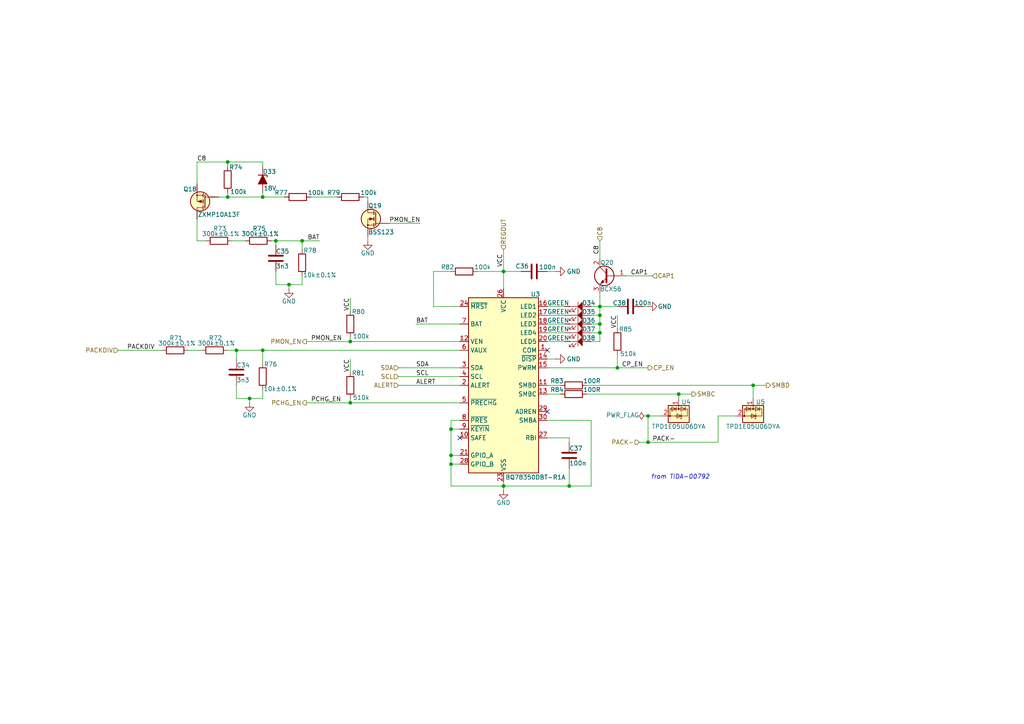
<source format=kicad_sch>
(kicad_sch (version 20250114) (generator "eeschema") (generator_version "9.0")
  (paper "A4")
  (lib_symbols
    (symbol "BSS123_1" (pin_numbers (hide yes)) (pin_names (hide yes))
      (property "Reference" "Q" (at 5.08 1.27 0))
      (property "Value" "BSS123" (at 5.08 -1.27 0))
      (symbol "BSS123_1_0_1"
        (polyline (pts (xy 0.254 1.905) (xy 0.254 -1.905)) (stroke (width 0.254)))
        (polyline (pts (xy 0.254 -1.27) (xy -2.54 -1.27)))
        (polyline (pts (xy 0.762 2.286) (xy 0.762 1.27)) (stroke (width 0.254)))
        (polyline (pts (xy 0.762 0.508) (xy 0.762 -0.508)) (stroke (width 0.254)))
        (polyline (pts (xy 0.762 -1.27) (xy 0.762 -2.286)) (stroke (width 0.254)))
        (polyline (pts (xy 0.762 -1.778) (xy 2.54 -1.778)))
        (polyline (pts (xy 1.016 0) (xy 2.032 0.381) (xy 2.032 -0.381) (xy 1.016 0)) (fill (type outline)))
        (circle (center 1.651 0) (radius 2.794) (stroke (width 0.254)) (fill (type background)))
        (polyline (pts (xy 2.54 2.54) (xy 2.54 1.778)))
        (polyline (pts (xy 2.54 1.778) (xy 0.762 1.778)))
        (circle (center 2.54 -1.778) (radius 0.1778) (fill (type outline)))
        (polyline (pts (xy 2.54 -2.54) (xy 2.54 0) (xy 0.762 0)))
      )
      (symbol "BSS123_1_1_1"
        (pin input line (at -3.81 -1.27 0) (length 2.54) (name "G") (number "1"))
        (pin passive line (at 2.54 5.08 270) (length 2.54) (name "D") (number "3"))
        (pin passive line (at 2.54 -5.08 90) (length 2.54) (name "S") (number "2"))
      )
    )
    (symbol "Battery_Management:BQ78350DBT-R1"
      (property "Reference" "U" (at -10.16 26.67 0))
      (property "Value" "BQ78350DBT-R1" (at 13.97 26.67 0))
      (symbol "BQ78350DBT-R1_0_1"
        (rectangle (start -10.16 25.4) (end 10.16 -25.4) (stroke (width 0.254)) (fill (type background)))
      )
      (symbol "BQ78350DBT-R1_1_1"
        (pin input line (at -12.7 22.86 0) (length 2.54) (name "~{MRST}") (number "24"))
        (pin input line (at -12.7 17.78 0) (length 2.54) (name "BAT") (number "7"))
        (pin open_collector line (at -12.7 12.7 0) (length 2.54) (name "VEN") (number "12"))
        (pin input line (at -12.7 10.16 0) (length 2.54) (name "VAUX") (number "6"))
        (pin bidirectional line (at -12.7 5.08 0) (length 2.54) (name "SDA") (number "3"))
        (pin output line (at -12.7 2.54 0) (length 2.54) (name "SCL") (number "4"))
        (pin bidirectional line (at -12.7 0 0) (length 2.54) (name "ALERT") (number "2"))
        (pin output line (at -12.7 -5.08 0) (length 2.54) (name "~{PRECHG}") (number "5"))
        (pin input line (at -12.7 -10.16 0) (length 2.54) (name "~{PRES}") (number "8"))
        (pin input line (at -12.7 -12.7 0) (length 2.54) (name "~{KEYIN}") (number "9"))
        (pin output line (at -12.7 -15.24 0) (length 2.54) (name "SAFE") (number "10"))
        (pin bidirectional line (at -12.7 -20.32 0) (length 2.54) (name "GPIO_A") (number "21"))
        (pin bidirectional line (at -12.7 -22.86 0) (length 2.54) (name "GPIO_B") (number "28"))
        (pin power_in line (at 0 27.94 270) (length 2.54) (name "VCC") (number "26"))
        (pin passive line (at 0 -27.94 90) (length 2.54) (hide yes) (name "VSS") (number "22"))
        (pin power_in line (at 0 -27.94 90) (length 2.54) (name "VSS") (number "23"))
        (pin passive line (at 0 -27.94 90) (length 2.54) (hide yes) (name "VSS") (number "25"))
        (pin output line (at 12.7 22.86 180) (length 2.54) (name "LED1") (number "16"))
        (pin output line (at 12.7 20.32 180) (length 2.54) (name "LED2") (number "17"))
        (pin output line (at 12.7 17.78 180) (length 2.54) (name "LED3") (number "18"))
        (pin output line (at 12.7 15.24 180) (length 2.54) (name "LED4") (number "19"))
        (pin output line (at 12.7 12.7 180) (length 2.54) (name "LED5") (number "20"))
        (pin open_collector line (at 12.7 10.16 180) (length 2.54) (name "COM") (number "1"))
        (pin input line (at 12.7 7.62 180) (length 2.54) (name "~{DISP}") (number "14"))
        (pin open_collector line (at 12.7 5.08 180) (length 2.54) (name "PWRM") (number "15"))
        (pin bidirectional line (at 12.7 0 180) (length 2.54) (name "SMBD") (number "11"))
        (pin bidirectional line (at 12.7 -2.54 180) (length 2.54) (name "SMBC") (number "13"))
        (pin output line (at 12.7 -7.62 180) (length 2.54) (name "ADREN") (number "29"))
        (pin input line (at 12.7 -10.16 180) (length 2.54) (name "SMBA") (number "30"))
        (pin passive line (at 12.7 -15.24 180) (length 2.54) (name "RBI") (number "27"))
      )
    )
    (symbol "Device:C" (pin_numbers (hide yes)) (pin_names (offset 0.254))
      (property "Reference" "C" (at 0.635 2.54 0))
      (property "Value" "C" (at 0.635 -2.54 0))
      (symbol "C_0_1"
        (polyline (pts (xy -2.032 0.762) (xy 2.032 0.762)) (stroke (width 0.508)))
        (polyline (pts (xy -2.032 -0.762) (xy 2.032 -0.762)) (stroke (width 0.508)))
      )
      (symbol "C_1_1"
        (pin passive line (at 0 3.81 270) (length 2.794) (name "~") (number "1"))
        (pin passive line (at 0 -3.81 90) (length 2.794) (name "~") (number "2"))
      )
    )
    (symbol "Device:D_Zener_Filled" (pin_numbers (hide yes)) (pin_names (offset 1.016) (hide yes))
      (property "Reference" "D" (at 0 2.54 0))
      (property "Value" "D_Zener_Filled" (at 0 -2.54 0))
      (symbol "D_Zener_Filled_0_1"
        (polyline (pts (xy -1.27 -1.27) (xy -1.27 1.27) (xy -0.762 1.27)) (stroke (width 0.254)))
        (polyline (pts (xy 1.27 0) (xy -1.27 0)))
        (polyline (pts (xy 1.27 -1.27) (xy 1.27 1.27) (xy -1.27 0) (xy 1.27 -1.27)) (stroke (width 0.254)) (fill (type outline)))
      )
      (symbol "D_Zener_Filled_1_1"
        (pin passive line (at -3.81 0 0) (length 2.54) (name "K") (number "1"))
        (pin passive line (at 3.81 0 180) (length 2.54) (name "A") (number "2"))
      )
    )
    (symbol "Device:R" (pin_numbers (hide yes)) (pin_names (offset 0))
      (property "Reference" "R" (at 2.032 0 90))
      (property "Value" "R" (at 0 0 90))
      (symbol "R_0_1"
        (rectangle (start -1.016 -2.54) (end 1.016 2.54) (stroke (width 0.254)))
      )
      (symbol "R_1_1"
        (pin passive line (at 0 3.81 270) (length 1.27) (name "~") (number "1"))
        (pin passive line (at 0 -3.81 90) (length 1.27) (name "~") (number "2"))
      )
    )
    (symbol "PCM_4ms_Power-symbol:PWR_FLAG" (power) (pin_numbers (hide yes)) (pin_names (offset 0) (hide yes))
      (property "Value" "PWR_FLAG" (at 0 3.81 0))
      (symbol "PWR_FLAG_0_0"
        (pin power_out line (at 0 0 90) (length 0) (name "pwr") (number "1"))
      )
      (symbol "PWR_FLAG_0_1"
        (polyline (pts (xy 0 0) (xy 0 1.27) (xy -1.016 1.905) (xy 0 2.54) (xy 1.016 1.905) (xy 0 1.27)))
      )
    )
    (symbol "PCM_SL_Devices:LED"
      (property "Reference" "D" (at -0.508 5.334 0))
      (property "Value" "LED" (at -0.508 2.794 0))
      (symbol "LED_0_1"
        (polyline (pts (xy -1.27 0) (xy -2.54 0)))
        (polyline (pts (xy 0 1.27) (xy 0 -1.27)))
        (polyline (pts (xy 0 0) (xy -1.27 -1.27) (xy -1.27 1.27) (xy 0 0) (xy 1.27 0)) (fill (type outline)))
        (polyline (pts (xy 0.508 0.508) (xy 1.524 1.524)))
        (polyline (pts (xy 1.27 0) (xy 2.54 0)))
        (polyline (pts (xy 1.524 1.524) (xy 0.889 1.524)))
        (polyline (pts (xy 1.524 1.524) (xy 1.524 0.889)))
        (polyline (pts (xy 1.524 0.508) (xy 2.54 1.524)))
        (polyline (pts (xy 2.54 1.524) (xy 1.905 1.524)))
        (polyline (pts (xy 2.54 1.524) (xy 2.54 0.889)))
      )
      (symbol "LED_1_1"
        (pin passive line (at -3.81 0 0) (length 1.5) (name "") (number "2"))
        (pin passive line (at 3.81 0 180) (length 1.5) (name "~") (number "1"))
      )
    )
    (symbol "Power_Protection:TPD1E05U06DYA" (pin_names (offset 0) (hide yes))
      (property "Reference" "U" (at -2.54 3.175 0))
      (property "Value" "TPD1E05U06DYA" (at 1.27 3.175 0))
      (symbol "TPD1E05U06DYA_0_1"
        (rectangle (start -3.048 1.905) (end 3.048 -3.048) (stroke (width 0.254)) (fill (type background)))
        (polyline (pts (xy -2.54 -2.032) (xy -2.54 0)))
        (polyline (pts (xy -1.905 -2.032) (xy -0.635 -1.397) (xy -0.635 -2.667) (xy -1.905 -2.032)))
        (polyline (pts (xy -1.905 -2.667) (xy -1.905 -1.397)))
        (polyline (pts (xy -1.016 0) (xy -2.54 0)))
        (polyline (pts (xy -0.762 0.762) (xy -0.762 0.762)))
        (polyline (pts (xy -0.762 0) (xy 0.508 0.635) (xy 0.508 -0.635) (xy -0.762 0)))
        (polyline (pts (xy -0.762 -0.762) (xy -0.762 0.762)))
        (polyline (pts (xy -0.635 -2.032) (xy -2.54 -2.032)))
        (polyline (pts (xy -0.635 -2.032) (xy 0.635 -2.032)))
        (polyline (pts (xy -0.381 0.762) (xy -0.762 0.762)))
        (circle (center 0 -2.032) (radius 0.2032) (fill (type outline)))
        (polyline (pts (xy 0 -2.54) (xy 0 -2.032)))
        (polyline (pts (xy 0.762 -2.032) (xy 2.032 -1.397) (xy 2.032 -2.667) (xy 0.762 -2.032)))
        (polyline (pts (xy 0.762 -2.667) (xy 0.762 -1.397)))
        (polyline (pts (xy 0.889 0) (xy -1.016 0)))
        (polyline (pts (xy 0.889 0) (xy -1.016 0)))
        (polyline (pts (xy 0.889 0) (xy 2.54 0)))
        (circle (center 2.54 0) (radius 0.2032) (fill (type outline)))
        (polyline (pts (xy 2.54 -2.032) (xy 0.635 -2.032)))
        (polyline (pts (xy 2.54 -2.032) (xy 0.635 -2.032)))
        (polyline (pts (xy 2.54 -2.032) (xy 2.54 0)))
      )
      (symbol "TPD1E05U06DYA_1_1"
        (pin passive line (at 0 -5.08 90) (length 2.54) (name "I/O") (number "1"))
        (pin power_in line (at 5.08 0 180) (length 2.54) (name "GND") (number "2"))
      )
    )
    (symbol "Transistor_BJT:BCX56" (pin_names (offset 0) (hide yes))
      (property "Reference" "Q" (at 5.08 1.905 0))
      (property "Value" "BCX56" (at 5.08 0 0))
      (symbol "BCX56_0_1"
        (polyline (pts (xy -2.54 0) (xy 0.635 0)))
        (polyline (pts (xy 0.635 1.905) (xy 0.635 -1.905)) (stroke (width 0.508)))
        (circle (center 1.27 0) (radius 2.8194) (stroke (width 0.254)))
      )
      (symbol "BCX56_1_1"
        (polyline (pts (xy 0.635 0.635) (xy 2.54 2.54)))
        (polyline (pts (xy 0.635 -0.635) (xy 2.54 -2.54)))
        (polyline (pts (xy 1.27 -1.778) (xy 1.778 -1.27) (xy 2.286 -2.286) (xy 1.27 -1.778)) (fill (type outline)))
        (pin input line (at -5.08 0 0) (length 2.54) (name "B") (number "1"))
        (pin passive line (at 2.54 5.08 270) (length 2.54) (name "C") (number "2"))
        (pin passive line (at 2.54 -5.08 90) (length 2.54) (name "E") (number "3"))
      )
    )
    (symbol "ZXMP10A13F_2" (pin_numbers (hide yes)) (pin_names (hide yes))
      (property "Reference" "Q" (at 5.08 1.27 0))
      (property "Value" "ZXMP10A13F" (at 5.08 -1.27 0))
      (symbol "ZXMP10A13F_2_0_1"
        (polyline (pts (xy 0.254 1.27) (xy -2.54 1.27)))
        (polyline (pts (xy 0.254 -1.905) (xy 0.254 1.905)) (stroke (width 0.254)))
        (polyline (pts (xy 0.762 1.778) (xy 2.54 1.778)))
        (polyline (pts (xy 0.762 1.27) (xy 0.762 2.286)) (stroke (width 0.254)))
        (polyline (pts (xy 0.762 -0.508) (xy 0.762 0.508)) (stroke (width 0.254)))
        (polyline (pts (xy 0.762 -1.778) (xy 2.54 -1.778)))
        (polyline (pts (xy 0.762 -2.286) (xy 0.762 -1.27)) (stroke (width 0.254)))
        (polyline (pts (xy 2.286 0) (xy 1.27 -0.381) (xy 1.27 0.381) (xy 2.286 0)) (fill (type outline)))
        (polyline (pts (xy 2.54 2.54) (xy 2.54 0) (xy 0.762 0)))
        (polyline (pts (xy 2.54 -2.54) (xy 2.54 -1.778)))
      )
      (symbol "ZXMP10A13F_2_1_1"
        (circle (center 1.651 0) (radius 2.794) (stroke (width 0.254)) (fill (type background)))
        (circle (center 2.54 1.778) (radius 0.1778) (fill (type outline)))
        (pin input line (at -3.81 1.27 0) (length 2.54) (name "G") (number "1"))
        (pin passive line (at 2.54 5.08 270) (length 2.54) (name "S") (number "2"))
        (pin passive line (at 2.54 -5.08 90) (length 2.54) (name "D") (number "3"))
      )
    )
    (symbol "power:GND" (power) (pin_numbers (hide yes)) (pin_names (offset 0) (hide yes))
      (property "Value" "GND" (at 0 -3.81 0))
      (symbol "GND_0_1"
        (polyline (pts (xy 0 0) (xy 0 -1.27) (xy 1.27 -1.27) (xy 0 -2.54) (xy -1.27 -1.27) (xy 0 -1.27)))
      )
      (symbol "GND_1_1"
        (pin power_in line (at 0 0 270) (length 0) (name "~") (number "1"))
      )
    )
  )
  (text "from TIDA-00792" (at 197.358 138.43 0) (effects (font (size 1.27 1.27) (italic yes))))
  (junction (at 83.82 82.55))
  (junction (at 130.81 134.62))
  (junction (at 101.6 99.06))
  (junction (at 80.01 69.85))
  (junction (at 101.6 116.84))
  (junction (at 173.99 88.9))
  (junction (at 218.44 111.76))
  (junction (at 87.63 69.85))
  (junction (at 72.39 115.57))
  (junction (at 146.05 78.74))
  (junction (at 76.2 101.6))
  (junction (at 146.05 140.97))
  (junction (at 68.58 101.6))
  (junction (at 130.81 124.46))
  (junction (at 173.99 93.98))
  (junction (at 173.99 91.44))
  (junction (at 66.04 46.99))
  (junction (at 187.96 120.65))
  (junction (at 187.96 128.27))
  (junction (at 165.1 140.97))
  (junction (at 76.2 57.15))
  (junction (at 196.85 114.3))
  (junction (at 66.04 57.15))
  (junction (at 179.07 106.68))
  (junction (at 130.81 132.08))
  (junction (at 173.99 96.52))
  (no_connect (at 158.75 101.6))
  (no_connect (at 133.35 127))
  (no_connect (at 158.75 119.38))
  (wire (pts (xy 34.29 101.6) (xy 46.99 101.6)))
  (wire (pts (xy 88.9 99.06) (xy 101.6 99.06)))
  (wire (pts (xy 101.6 99.06) (xy 133.35 99.06)))
  (wire (pts (xy 115.57 109.22) (xy 133.35 109.22)))
  (wire (pts (xy 101.6 97.79) (xy 101.6 99.06)))
  (wire (pts (xy 130.81 134.62) (xy 130.81 140.97)))
  (wire (pts (xy 66.04 46.99) (xy 57.15 46.99)))
  (wire (pts (xy 173.99 99.06) (xy 173.99 96.52)))
  (wire (pts (xy 125.73 78.74) (xy 125.73 88.9)))
  (wire (pts (xy 66.04 57.15) (xy 76.2 57.15)))
  (wire (pts (xy 76.2 48.26) (xy 76.2 46.99)))
  (wire (pts (xy 80.01 78.74) (xy 80.01 82.55)))
  (wire (pts (xy 106.68 57.15) (xy 106.68 58.42)))
  (wire (pts (xy 146.05 72.39) (xy 146.05 78.74)))
  (wire (pts (xy 171.45 93.98) (xy 173.99 93.98)))
  (wire (pts (xy 57.15 63.5) (xy 57.15 69.85)))
  (wire (pts (xy 218.44 111.76) (xy 222.25 111.76)))
  (wire (pts (xy 158.75 106.68) (xy 179.07 106.68)))
  (wire (pts (xy 173.99 88.9) (xy 179.07 88.9)))
  (wire (pts (xy 101.6 116.84) (xy 133.35 116.84)))
  (wire (pts (xy 171.45 96.52) (xy 173.99 96.52)))
  (wire (pts (xy 87.63 80.01) (xy 87.63 82.55)))
  (wire (pts (xy 130.81 124.46) (xy 130.81 132.08)))
  (wire (pts (xy 130.81 140.97) (xy 146.05 140.97)))
  (wire (pts (xy 68.58 115.57) (xy 72.39 115.57)))
  (wire (pts (xy 68.58 101.6) (xy 76.2 101.6)))
  (wire (pts (xy 80.01 82.55) (xy 83.82 82.55)))
  (wire (pts (xy 68.58 101.6) (xy 68.58 104.14)))
  (wire (pts (xy 115.57 106.68) (xy 133.35 106.68)))
  (wire (pts (xy 158.75 99.06) (xy 163.83 99.06)))
  (wire (pts (xy 101.6 86.36) (xy 101.6 90.17)))
  (wire (pts (xy 54.61 101.6) (xy 58.42 101.6)))
  (wire (pts (xy 179.07 95.25) (xy 179.07 91.44)))
  (wire (pts (xy 208.28 120.65) (xy 213.36 120.65)))
  (wire (pts (xy 146.05 78.74) (xy 151.13 78.74)))
  (wire (pts (xy 76.2 101.6) (xy 76.2 105.41)))
  (wire (pts (xy 130.81 121.92) (xy 130.81 124.46)))
  (wire (pts (xy 158.75 91.44) (xy 163.83 91.44)))
  (wire (pts (xy 146.05 140.97) (xy 165.1 140.97)))
  (wire (pts (xy 186.69 88.9) (xy 187.96 88.9)))
  (wire (pts (xy 165.1 135.89) (xy 165.1 140.97)))
  (wire (pts (xy 179.07 106.68) (xy 187.96 106.68)))
  (wire (pts (xy 72.39 115.57) (xy 72.39 116.84)))
  (wire (pts (xy 125.73 78.74) (xy 130.81 78.74)))
  (wire (pts (xy 101.6 104.14) (xy 101.6 107.95)))
  (wire (pts (xy 187.96 128.27) (xy 208.28 128.27)))
  (wire (pts (xy 66.04 55.88) (xy 66.04 57.15)))
  (wire (pts (xy 106.68 68.58) (xy 106.68 69.85)))
  (wire (pts (xy 158.75 121.92) (xy 171.45 121.92)))
  (wire (pts (xy 208.28 120.65) (xy 208.28 128.27)))
  (wire (pts (xy 173.99 96.52) (xy 173.99 93.98)))
  (wire (pts (xy 171.45 91.44) (xy 173.99 91.44)))
  (wire (pts (xy 158.75 114.3) (xy 162.56 114.3)))
  (wire (pts (xy 158.75 96.52) (xy 163.83 96.52)))
  (wire (pts (xy 187.96 120.65) (xy 187.96 128.27)))
  (wire (pts (xy 171.45 88.9) (xy 173.99 88.9)))
  (wire (pts (xy 76.2 57.15) (xy 82.55 57.15)))
  (wire (pts (xy 158.75 127) (xy 165.1 127)))
  (wire (pts (xy 158.75 78.74) (xy 161.29 78.74)))
  (wire (pts (xy 146.05 78.74) (xy 146.05 83.82)))
  (wire (pts (xy 173.99 69.85) (xy 173.99 74.93)))
  (wire (pts (xy 83.82 82.55) (xy 87.63 82.55)))
  (wire (pts (xy 185.42 128.27) (xy 187.96 128.27)))
  (wire (pts (xy 158.75 93.98) (xy 163.83 93.98)))
  (wire (pts (xy 66.04 46.99) (xy 66.04 48.26)))
  (wire (pts (xy 76.2 101.6) (xy 133.35 101.6)))
  (wire (pts (xy 191.77 120.65) (xy 187.96 120.65)))
  (wire (pts (xy 173.99 91.44) (xy 173.99 88.9)))
  (wire (pts (xy 170.18 114.3) (xy 196.85 114.3)))
  (wire (pts (xy 78.74 69.85) (xy 80.01 69.85)))
  (wire (pts (xy 173.99 93.98) (xy 173.99 91.44)))
  (wire (pts (xy 90.17 57.15) (xy 97.79 57.15)))
  (wire (pts (xy 130.81 132.08) (xy 133.35 132.08)))
  (wire (pts (xy 63.5 57.15) (xy 66.04 57.15)))
  (wire (pts (xy 115.57 111.76) (xy 133.35 111.76)))
  (wire (pts (xy 57.15 69.85) (xy 59.69 69.85)))
  (wire (pts (xy 218.44 111.76) (xy 218.44 115.57)))
  (wire (pts (xy 196.85 114.3) (xy 196.85 115.57)))
  (wire (pts (xy 146.05 139.7) (xy 146.05 140.97)))
  (wire (pts (xy 68.58 111.76) (xy 68.58 115.57)))
  (wire (pts (xy 171.45 121.92) (xy 171.45 140.97)))
  (wire (pts (xy 179.07 102.87) (xy 179.07 106.68)))
  (wire (pts (xy 196.85 114.3) (xy 200.66 114.3)))
  (wire (pts (xy 130.81 132.08) (xy 130.81 134.62)))
  (wire (pts (xy 87.63 69.85) (xy 87.63 72.39)))
  (wire (pts (xy 76.2 46.99) (xy 66.04 46.99)))
  (wire (pts (xy 138.43 78.74) (xy 146.05 78.74)))
  (wire (pts (xy 158.75 104.14) (xy 161.29 104.14)))
  (wire (pts (xy 57.15 46.99) (xy 57.15 53.34)))
  (wire (pts (xy 170.18 111.76) (xy 218.44 111.76)))
  (wire (pts (xy 88.9 116.84) (xy 101.6 116.84)))
  (wire (pts (xy 189.23 80.01) (xy 181.61 80.01)))
  (wire (pts (xy 125.73 88.9) (xy 133.35 88.9)))
  (wire (pts (xy 105.41 57.15) (xy 106.68 57.15)))
  (wire (pts (xy 80.01 69.85) (xy 80.01 71.12)))
  (wire (pts (xy 146.05 140.97) (xy 146.05 142.24)))
  (wire (pts (xy 113.03 64.77) (xy 121.92 64.77)))
  (wire (pts (xy 158.75 111.76) (xy 162.56 111.76)))
  (wire (pts (xy 130.81 134.62) (xy 133.35 134.62)))
  (wire (pts (xy 165.1 127) (xy 165.1 128.27)))
  (wire (pts (xy 66.04 101.6) (xy 68.58 101.6)))
  (wire (pts (xy 83.82 82.55) (xy 83.82 83.82)))
  (wire (pts (xy 171.45 99.06) (xy 173.99 99.06)))
  (wire (pts (xy 120.65 93.98) (xy 133.35 93.98)))
  (wire (pts (xy 76.2 55.88) (xy 76.2 57.15)))
  (wire (pts (xy 133.35 124.46) (xy 130.81 124.46)))
  (wire (pts (xy 87.63 69.85) (xy 92.71 69.85)))
  (wire (pts (xy 67.31 69.85) (xy 71.12 69.85)))
  (wire (pts (xy 165.1 140.97) (xy 171.45 140.97)))
  (wire (pts (xy 173.99 85.09) (xy 173.99 88.9)))
  (wire (pts (xy 158.75 88.9) (xy 163.83 88.9)))
  (wire (pts (xy 101.6 115.57) (xy 101.6 116.84)))
  (wire (pts (xy 133.35 121.92) (xy 130.81 121.92)))
  (wire (pts (xy 72.39 115.57) (xy 76.2 115.57)))
  (wire (pts (xy 80.01 69.85) (xy 87.63 69.85)))
  (wire (pts (xy 76.2 113.03) (xy 76.2 115.57)))
  (label "C8" (at 173.99 71.12 270))
  (label "ALERT" (at 120.65 111.76 0))
  (label "VCC" (at 179.07 91.44 270))
  (label "BAT" (at 120.65 93.98 0))
  (label "PMON_EN" (at 121.92 64.77 180))
  (label "C8" (at 57.15 46.99 0))
  (label "VCC" (at 101.6 104.14 270))
  (label "PCHG_EN" (at 90.17 116.84 0))
  (label "VCC" (at 101.6 86.36 270))
  (label "SDA" (at 120.65 106.68 0))
  (label "PACKDIV" (at 36.83 101.6 0))
  (label "VCC" (at 146.05 77.47 90))
  (label "SCL" (at 120.65 109.22 0))
  (label "CAP1" (at 187.96 80.01 180))
  (label "CP_EN" (at 180.34 106.68 0))
  (label "BAT" (at 92.71 69.85 180))
  (label "PMON_EN" (at 90.17 99.06 0))
  (label "PACK-" (at 189.23 128.27 0))
  (hierarchical_label "CP_EN" (shape output) (at 187.96 106.68 0))
  (hierarchical_label "SMBC" (shape output) (at 200.66 114.3 0))
  (hierarchical_label "REGOUT" (shape input) (at 146.05 72.39 90))
  (hierarchical_label "SMBD" (shape output) (at 222.25 111.76 0))
  (hierarchical_label "PACK-" (shape input) (at 185.42 128.27 180))
  (hierarchical_label "PMON_EN" (shape output) (at 88.9 99.06 180))
  (hierarchical_label "PACKDIV" (shape input) (at 34.29 101.6 180))
  (hierarchical_label "ALERT" (shape input) (at 115.57 111.76 180))
  (hierarchical_label "CAP1" (shape input) (at 189.23 80.01 0))
  (hierarchical_label "PCHG_EN" (shape output) (at 88.9 116.84 180))
  (hierarchical_label "C8" (shape input) (at 173.99 69.85 90))
  (hierarchical_label "SDA" (shape input) (at 115.57 106.68 180))
  (hierarchical_label "SCL" (shape input) (at 115.57 109.22 180))
  (symbol (lib_id "power:GND") (at 187.96 88.9 90) (mirror x) (unit 1)
    (property "Reference" "#PWR027" (effects (hide yes)))
    (property "Value" "GND" (at 190.754 88.9 90) (effects (justify right)))
    (property "Description" "Power symbol creates a global label with name \"GND\" , ground" (effects (hide yes)))
  )
  (symbol (lib_id "Device:R") (at 50.8 101.6 90) (unit 1)
    (property "Reference" "R71" (at 51.054 98.044 90))
    (property "Value" "300k±0.1%" (at 51.308 99.568 90))
    (property "Description" "Resistor" (effects (hide yes)))
  )
  (symbol (lib_id "Battery_Management:BQ78350DBT-R1") (at 146.05 111.76 0) (unit 1)
    (property "Reference" "U3" (at 153.924 85.344 0) (effects (justify left)))
    (property "Value" "BQ78350DBT-R1A" (at 146.558 138.43 0) (effects (justify left)))
    (property "Footprint" "Package_SO:TSSOP-30_4.4x7.8mm_P0.5mm" (effects (hide yes)))
    (property "Datasheet" "http://www.ti.com/lit/ds/symlink/bq78350-r1.pdf" (effects (hide yes)))
    (property "Description" "Lithium battery fuel gauge, battery management controller for BQ769x0, TSSOP-30" (effects (hide yes)))
  )
  (symbol (lib_id "Device:C") (at 165.1 132.08 0) (unit 1)
    (property "Reference" "C37" (at 165.1 130.048 0) (effects (justify left)))
    (property "Value" "100n" (at 165.1 134.366 0) (effects (justify left)))
    (property "Description" "Unpolarized capacitor" (effects (hide yes)))
  )
  (symbol (lib_id "Device:R") (at 101.6 57.15 90) (unit 1)
    (property "Reference" "R79" (at 96.774 55.88 90))
    (property "Value" "100k" (at 106.934 55.88 90))
    (property "Description" "Resistor" (effects (hide yes)))
  )
  (symbol (lib_id "Power_Protection:TPD1E05U06DYA") (at 196.85 120.65 180) (unit 1)
    (property "Reference" "U4" (at 197.612 116.586 0) (effects (justify right)))
    (property "Value" "TPD1E05U06DYA" (at 188.976 123.698 0) (effects (justify right)))
    (property "Footprint" "Diode_SMD:D_SOD-523" (effects (hide yes)))
    (property "Datasheet" "https://www.ti.com/lit/ds/symlink/tpd1e05u06.pdf" (effects (hide yes)))
    (property "Description" "1-Channel ESD Protection for Super-Speed USB 3.0 Interface, SOD-523" (effects (hide yes)))
  )
  (symbol (lib_id "Device:R") (at 86.36 57.15 90) (unit 1)
    (property "Reference" "R77" (at 81.534 55.88 90))
    (property "Value" "100k" (at 91.694 55.88 90))
    (property "Description" "Resistor" (effects (hide yes)))
  )
  (symbol (lib_id "Device:R") (at 74.93 69.85 90) (unit 1)
    (property "Reference" "R75" (at 75.184 66.294 90))
    (property "Value" "300k±0.1%" (at 75.438 67.818 90))
    (property "Description" "Resistor" (effects (hide yes)))
  )
  (symbol (lib_id "power:GND") (at 161.29 78.74 90) (unit 1)
    (property "Reference" "#PWR025" (effects (hide yes)))
    (property "Value" "GND" (at 164.338 78.74 90) (effects (justify right)))
    (property "Description" "Power symbol creates a global label with name \"GND\" , ground" (effects (hide yes)))
  )
  (symbol (lib_id "PCM_SL_Devices:LED") (at 167.64 91.44 180) (unit 1)
    (property "Reference" "D35" (at 172.72 90.424 0) (effects (justify left)))
    (property "Value" "GREEN" (at 165.1 90.424 0) (effects (justify left)))
    (property "Footprint" "PCM_Diode_SMD_AKL:D_0805_2012Metric" (effects (hide yes)))
    (property "Description" "Common 5mm diameter LED" (effects (hide yes)))
  )
  (symbol (lib_id "Device:C") (at 182.88 88.9 90) (unit 1)
    (property "Reference" "C38" (at 181.61 87.884 90) (effects (justify left)))
    (property "Value" "100n" (at 188.976 87.884 90) (effects (justify left)))
    (property "Description" "Unpolarized capacitor" (effects (hide yes)))
  )
  (symbol (lib_id "Device:C") (at 68.58 107.95 0) (unit 1)
    (property "Reference" "C34" (at 68.58 105.918 0) (effects (justify left)))
    (property "Value" "3n3" (at 68.58 110.236 0) (effects (justify left)))
    (property "Description" "Unpolarized capacitor" (effects (hide yes)))
  )
  (symbol (lib_id "Device:R") (at 166.37 111.76 90) (unit 1)
    (property "Reference" "R83" (at 161.544 110.49 90))
    (property "Value" "100R" (at 171.704 110.49 90))
    (property "Description" "Resistor" (effects (hide yes)))
  )
  (symbol (lib_id "Device:R") (at 101.6 111.76 180) (unit 1)
    (property "Reference" "R81" (at 105.918 108.204 0) (effects (justify left)))
    (property "Value" "510k" (at 107.188 115.316 0) (effects (justify left)))
    (property "Description" "Resistor" (effects (hide yes)))
  )
  (symbol (lib_id "Device:R") (at 87.63 76.2 180) (unit 1)
    (property "Reference" "R78" (at 89.916 72.644 0))
    (property "Value" "10k±0.1%" (at 92.71 79.756 0))
    (property "Description" "Resistor" (effects (hide yes)))
  )
  (symbol (lib_id "Device:R") (at 76.2 109.22 180) (unit 1)
    (property "Reference" "R76" (at 78.486 105.664 0))
    (property "Value" "10k±0.1%" (at 81.28 112.776 0))
    (property "Description" "Resistor" (effects (hide yes)))
  )
  (symbol (lib_id "power:GND") (at 106.68 69.85 0) (unit 1)
    (property "Reference" "#PWR023" (effects (hide yes)))
    (property "Value" "GND" (at 108.712 73.406 0) (effects (justify right)))
    (property "Description" "Power symbol creates a global label with name \"GND\" , ground" (effects (hide yes)))
  )
  (symbol (lib_id "Device:R") (at 134.62 78.74 90) (unit 1)
    (property "Reference" "R82" (at 129.794 77.47 90))
    (property "Value" "100k" (at 139.954 77.47 90))
    (property "Description" "Resistor" (effects (hide yes)))
  )
  (symbol (lib_id "PCM_SL_Devices:LED") (at 167.64 96.52 180) (unit 1)
    (property "Reference" "D37" (at 172.72 95.504 0) (effects (justify left)))
    (property "Value" "GREEN" (at 165.1 95.504 0) (effects (justify left)))
    (property "Footprint" "PCM_Diode_SMD_AKL:D_0805_2012Metric" (effects (hide yes)))
    (property "Description" "Common 5mm diameter LED" (effects (hide yes)))
  )
  (symbol (lib_id "PCM_4ms_Power-symbol:PWR_FLAG") (at 187.96 120.65 90) (unit 1)
    (property "Reference" "#FLG07" (effects (hide yes)))
    (property "Value" "PWR_FLAG" (at 185.42 120.396 90) (effects (justify left)))
  )
  (symbol (lib_id "Power_Protection:TPD1E05U06DYA") (at 218.44 120.65 180) (unit 1)
    (property "Reference" "U5" (at 219.202 116.586 0) (effects (justify right)))
    (property "Value" "TPD1E05U06DYA" (at 210.566 123.698 0) (effects (justify right)))
    (property "Footprint" "Diode_SMD:D_SOD-523" (effects (hide yes)))
    (property "Datasheet" "https://www.ti.com/lit/ds/symlink/tpd1e05u06.pdf" (effects (hide yes)))
    (property "Description" "1-Channel ESD Protection for Super-Speed USB 3.0 Interface, SOD-523" (effects (hide yes)))
  )
  (symbol (lib_id "PCM_SL_Devices:LED") (at 167.64 88.9 180) (unit 1)
    (property "Reference" "D34" (at 172.72 87.884 0) (effects (justify left)))
    (property "Value" "GREEN" (at 165.1 87.884 0) (effects (justify left)))
    (property "Footprint" "PCM_Diode_SMD_AKL:D_0805_2012Metric" (effects (hide yes)))
    (property "Description" "Common 5mm diameter LED" (effects (hide yes)))
  )
  (symbol (lib_id "Transistor_BJT:BCX56") (at 176.53 80.01 0) (mirror y) (unit 1)
    (property "Reference" "Q20" (at 178.054 76.2 0) (effects (justify left)))
    (property "Value" "BCX56" (at 180.34 83.82 0) (effects (justify left)))
    (property "Footprint" "Package_TO_SOT_SMD:SOT-89-3" (effects (hide yes)))
    (property "Datasheet" "https://www.nxp.com/docs/en/data-sheet/BCP56_BCX56_BC56PA.pdf" (effects (hide yes)))
    (property "Description" "1A Ic, 80V Vce, NPN Medium Power Transistor, SOT-89" (effects (hide yes)))
  )
  (symbol (lib_id "Device:D_Zener_Filled") (at 76.2 52.07 270) (unit 1)
    (property "Reference" "D33" (at 76.2 49.784 90) (effects (justify left)))
    (property "Value" "18V" (at 76.454 54.61 90) (effects (justify left)))
    (property "Description" "Zener diode, filled shape" (effects (hide yes)))
  )
  (symbol (lib_id "Device:C") (at 80.01 74.93 0) (unit 1)
    (property "Reference" "C35" (at 80.01 72.898 0) (effects (justify left)))
    (property "Value" "3n3" (at 80.01 77.216 0) (effects (justify left)))
    (property "Description" "Unpolarized capacitor" (effects (hide yes)))
  )
  (symbol (lib_id "Device:R") (at 63.5 69.85 90) (unit 1)
    (property "Reference" "R73" (at 63.754 66.294 90))
    (property "Value" "300k±0.1%" (at 64.008 67.818 90))
    (property "Description" "Resistor" (effects (hide yes)))
  )
  (symbol (lib_id "Device:R") (at 166.37 114.3 90) (unit 1)
    (property "Reference" "R84" (at 161.544 113.03 90))
    (property "Value" "100R" (at 171.704 113.03 90))
    (property "Description" "Resistor" (effects (hide yes)))
  )
  (symbol (lib_id "power:GND") (at 146.05 142.24 0) (unit 1)
    (property "Reference" "#PWR024" (effects (hide yes)))
    (property "Value" "GND" (at 148.082 145.796 0) (effects (justify right)))
    (property "Description" "Power symbol creates a global label with name \"GND\" , ground" (effects (hide yes)))
  )
  (symbol (lib_id "power:GND") (at 161.29 104.14 90) (unit 1)
    (property "Reference" "#PWR026" (effects (hide yes)))
    (property "Value" "GND" (at 164.338 104.14 90) (effects (justify right)))
    (property "Description" "Power symbol creates a global label with name \"GND\" , ground" (effects (hide yes)))
  )
  (symbol (lib_id "Device:R") (at 66.04 52.07 180) (unit 1)
    (property "Reference" "R74" (at 70.358 48.514 0) (effects (justify left)))
    (property "Value" "100k" (at 71.628 55.626 0) (effects (justify left)))
    (property "Description" "Resistor" (effects (hide yes)))
  )
  (symbol (lib_id "Device:C") (at 154.94 78.74 90) (unit 1)
    (property "Reference" "C36" (at 153.416 77.216 90) (effects (justify left)))
    (property "Value" "100n" (at 161.29 77.47 90) (effects (justify left)))
    (property "Description" "Unpolarized capacitor" (effects (hide yes)))
  )
  (symbol (lib_id "Device:R") (at 101.6 93.98 180) (unit 1)
    (property "Reference" "R80" (at 105.918 90.424 0) (effects (justify left)))
    (property "Value" "100k" (at 107.188 97.536 0) (effects (justify left)))
    (property "Description" "Resistor" (effects (hide yes)))
  )
  (symbol (lib_id "Device:R") (at 179.07 99.06 180) (unit 1)
    (property "Reference" "R85" (at 183.388 95.504 0) (effects (justify left)))
    (property "Value" "510k" (at 184.658 102.616 0) (effects (justify left)))
    (property "Description" "Resistor" (effects (hide yes)))
  )
  (symbol (lib_name "ZXMP10A13F_2") (lib_id "PCM_Transistor_MOSFET_AKL:ZXMP10A13F") (at 59.69 58.42 0) (mirror y) (unit 1)
    (property "Reference" "Q18" (at 55.118 54.864 0))
    (property "Value" "ZXMP10A13F" (at 63.5 62.23 0))
    (property "Footprint" "PCM_Package_TO_SOT_SMD_AKL:SOT-23" (effects (hide yes)))
    (property "Datasheet" "https://www.tme.eu/Document/71caec234188a0900f7c4ed77bf796be/ZXMP10A13F.pdf" (effects (hide yes)))
    (property "Description" "SOT-23 P-MOSFET enchancement mode transistor, 100V, 0.7A, 625mW, Alternate KiCAD Library" (effects (hide yes)))
  )
  (symbol (lib_name "BSS123_1") (lib_id "PCM_Transistor_MOSFET_AKL:BSS123") (at 109.22 63.5 0) (mirror y) (unit 1)
    (property "Reference" "Q19" (at 110.744 59.69 0) (effects (justify left)))
    (property "Value" "BSS123" (at 114.3 67.31 0) (effects (justify left)))
    (property "Footprint" "PCM_Package_TO_SOT_SMD_AKL:SOT-23" (effects (hide yes)))
    (property "Datasheet" "https://www.tme.eu/Document/ad8ba97d41c3fa59dd12a838ef660cd2/BSS123-FAI.pdf" (effects (hide yes)))
    (property "Description" "SOT-23 N-MOSFET enchancement mode transistor, 100V, 170mA, 360mW, Alternate KiCAD Library" (effects (hide yes)))
  )
  (symbol (lib_id "power:GND") (at 83.82 83.82 0) (unit 1)
    (property "Reference" "#PWR022" (effects (hide yes)))
    (property "Value" "GND" (at 85.852 87.376 0) (effects (justify right)))
    (property "Description" "Power symbol creates a global label with name \"GND\" , ground" (effects (hide yes)))
  )
  (symbol (lib_id "Device:R") (at 62.23 101.6 90) (unit 1)
    (property "Reference" "R72" (at 62.484 98.044 90))
    (property "Value" "300k±0.1%" (at 62.738 99.568 90))
    (property "Description" "Resistor" (effects (hide yes)))
  )
  (symbol (lib_id "PCM_SL_Devices:LED") (at 167.64 99.06 180) (unit 1)
    (property "Reference" "D38" (at 172.72 98.044 0) (effects (justify left)))
    (property "Value" "GREEN" (at 165.1 98.044 0) (effects (justify left)))
    (property "Footprint" "PCM_Diode_SMD_AKL:D_0805_2012Metric" (effects (hide yes)))
    (property "Description" "Common 5mm diameter LED" (effects (hide yes)))
  )
  (symbol (lib_id "power:GND") (at 72.39 116.84 0) (unit 1)
    (property "Reference" "#PWR021" (effects (hide yes)))
    (property "Value" "GND" (at 74.422 120.396 0) (effects (justify right)))
    (property "Description" "Power symbol creates a global label with name \"GND\" , ground" (effects (hide yes)))
  )
  (symbol (lib_id "PCM_SL_Devices:LED") (at 167.64 93.98 180) (unit 1)
    (property "Reference" "D36" (at 172.72 92.964 0) (effects (justify left)))
    (property "Value" "GREEN" (at 165.1 92.964 0) (effects (justify left)))
    (property "Footprint" "PCM_Diode_SMD_AKL:D_0805_2012Metric" (effects (hide yes)))
    (property "Description" "Common 5mm diameter LED" (effects (hide yes)))
  )
)
</source>
